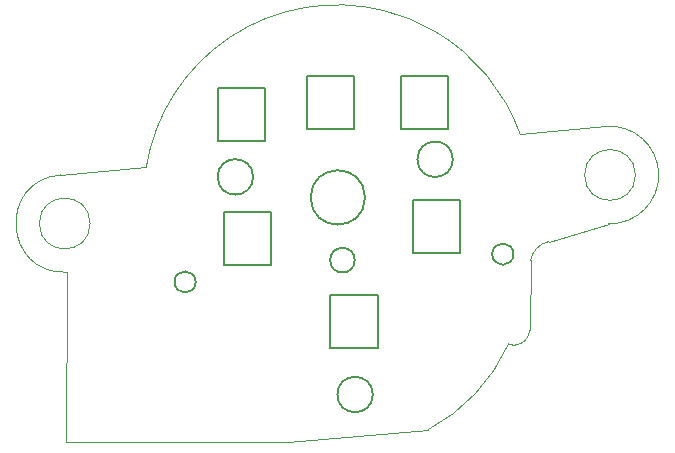
<source format=gbr>
%TF.GenerationSoftware,KiCad,Pcbnew,7.0.9*%
%TF.CreationDate,2024-01-20T08:14:19+10:00*%
%TF.ProjectId,DUAL NEEDLE-V03,4455414c-204e-4454-9544-4c452d563033,rev?*%
%TF.SameCoordinates,Original*%
%TF.FileFunction,Profile,NP*%
%FSLAX46Y46*%
G04 Gerber Fmt 4.6, Leading zero omitted, Abs format (unit mm)*
G04 Created by KiCad (PCBNEW 7.0.9) date 2024-01-20 08:14:19*
%MOMM*%
%LPD*%
G01*
G04 APERTURE LIST*
%TA.AperFunction,Profile*%
%ADD10C,0.200000*%
%TD*%
%TA.AperFunction,Profile*%
%ADD11C,0.010000*%
%TD*%
G04 APERTURE END LIST*
D10*
X137550000Y-91200000D02*
X133550000Y-91200000D01*
D11*
X159415035Y-96692033D02*
X159503261Y-90792896D01*
X119695944Y-83557390D02*
G75*
G03*
X120220136Y-91793441I359756J-4111810D01*
G01*
D10*
X146550000Y-98200000D02*
X142550000Y-98200000D01*
D11*
X165863593Y-79450472D02*
X158607673Y-80085282D01*
D10*
X152550000Y-79700000D02*
X148550000Y-79700000D01*
D11*
X168375978Y-83562265D02*
G75*
G03*
X168375978Y-83562265I-2152650J0D01*
G01*
X161032214Y-89195196D02*
X166107598Y-87688143D01*
D10*
X137050000Y-80700000D02*
X133050000Y-80700000D01*
X140550000Y-75200000D02*
X144550000Y-75200000D01*
D11*
X151384738Y-71386647D02*
G75*
G03*
X147100821Y-69643498I-8265938J-14178553D01*
G01*
D10*
X145477557Y-85462053D02*
G75*
G03*
X145477557Y-85462053I-2300000J0D01*
G01*
X144550000Y-79700000D02*
X140550000Y-79700000D01*
X133050000Y-80700000D02*
X133050000Y-76200000D01*
D11*
X150787934Y-105146026D02*
G75*
G03*
X157642420Y-97851357I-7135434J13572626D01*
G01*
D10*
X146550000Y-93700000D02*
X146550000Y-98200000D01*
D11*
X120220137Y-92812589D02*
X120190154Y-106181059D01*
X126951820Y-82922616D02*
X119695947Y-83557423D01*
X158200000Y-97950003D02*
G75*
G03*
X159415034Y-96692033I-63400J1277003D01*
G01*
D10*
X149550000Y-85700000D02*
X153550000Y-85700000D01*
D11*
X120220136Y-91793440D02*
X120220137Y-92812589D01*
D10*
X140550000Y-79700000D02*
X140550000Y-75200000D01*
D11*
X120190154Y-106181059D02*
X138957399Y-106181059D01*
D10*
X152917360Y-82231614D02*
G75*
G03*
X152917360Y-82231614I-1500000J0D01*
G01*
X152550000Y-75200000D02*
X152550000Y-79700000D01*
D11*
X122208334Y-87669218D02*
G75*
G03*
X122208334Y-87669218I-2152650J0D01*
G01*
D10*
X144613644Y-90774461D02*
G75*
G03*
X144613644Y-90774461I-1043627J0D01*
G01*
X148550000Y-75200000D02*
X152550000Y-75200000D01*
X133050000Y-76200000D02*
X137050000Y-76200000D01*
X133550000Y-86700000D02*
X137550000Y-86700000D01*
X158049119Y-90262618D02*
G75*
G03*
X158049119Y-90262618I-900000J0D01*
G01*
X153550000Y-90200000D02*
X149550000Y-90200000D01*
X146137415Y-102148314D02*
G75*
G03*
X146137415Y-102148314I-1500000J0D01*
G01*
X142550000Y-98200000D02*
X142550000Y-93700000D01*
X144550000Y-75200000D02*
X144550000Y-79700000D01*
X131151863Y-92615823D02*
G75*
G03*
X131151863Y-92615823I-900000J0D01*
G01*
X142550000Y-93700000D02*
X146550000Y-93700000D01*
X137050000Y-76200000D02*
X137050000Y-80700000D01*
X136002846Y-83721480D02*
G75*
G03*
X136002846Y-83721480I-1500000J0D01*
G01*
D11*
X166107598Y-87688151D02*
G75*
G03*
X165863593Y-79450473I115732J4125881D01*
G01*
D10*
X137550000Y-86700000D02*
X137550000Y-91200000D01*
D11*
X158607700Y-80085272D02*
G75*
G03*
X151384681Y-71386730I-15464400J-5493028D01*
G01*
D10*
X153550000Y-85700000D02*
X153550000Y-90200000D01*
D11*
X138957399Y-106181059D02*
X150787931Y-105146021D01*
D10*
X133550000Y-91200000D02*
X133550000Y-86700000D01*
D11*
X161032214Y-89195194D02*
G75*
G03*
X159503262Y-90792896I439486J-1951006D01*
G01*
D10*
X151384681Y-71386729D02*
X151384732Y-71386657D01*
X149550000Y-90200000D02*
X149550000Y-85700000D01*
X148550000Y-79700000D02*
X148550000Y-75200000D01*
D11*
X157642421Y-97851357D02*
X158200000Y-97950000D01*
X147100820Y-69643500D02*
G75*
G03*
X126951821Y-82922616I-3979800J-15887320D01*
G01*
M02*

</source>
